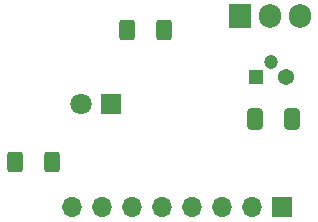
<source format=gbr>
G04 #@! TF.GenerationSoftware,KiCad,Pcbnew,9.0.0*
G04 #@! TF.CreationDate,2025-10-07T06:41:58-03:00*
G04 #@! TF.ProjectId,control temperatura_v3,636f6e74-726f-46c2-9074-656d70657261,rev?*
G04 #@! TF.SameCoordinates,Original*
G04 #@! TF.FileFunction,Soldermask,Top*
G04 #@! TF.FilePolarity,Negative*
%FSLAX46Y46*%
G04 Gerber Fmt 4.6, Leading zero omitted, Abs format (unit mm)*
G04 Created by KiCad (PCBNEW 9.0.0) date 2025-10-07 06:41:58*
%MOMM*%
%LPD*%
G01*
G04 APERTURE LIST*
G04 Aperture macros list*
%AMRoundRect*
0 Rectangle with rounded corners*
0 $1 Rounding radius*
0 $2 $3 $4 $5 $6 $7 $8 $9 X,Y pos of 4 corners*
0 Add a 4 corners polygon primitive as box body*
4,1,4,$2,$3,$4,$5,$6,$7,$8,$9,$2,$3,0*
0 Add four circle primitives for the rounded corners*
1,1,$1+$1,$2,$3*
1,1,$1+$1,$4,$5*
1,1,$1+$1,$6,$7*
1,1,$1+$1,$8,$9*
0 Add four rect primitives between the rounded corners*
20,1,$1+$1,$2,$3,$4,$5,0*
20,1,$1+$1,$4,$5,$6,$7,0*
20,1,$1+$1,$6,$7,$8,$9,0*
20,1,$1+$1,$8,$9,$2,$3,0*%
G04 Aperture macros list end*
%ADD10R,1.700000X1.700000*%
%ADD11O,1.700000X1.700000*%
%ADD12RoundRect,0.250000X-0.400000X-0.625000X0.400000X-0.625000X0.400000X0.625000X-0.400000X0.625000X0*%
%ADD13R,1.200000X1.200000*%
%ADD14C,1.200000*%
%ADD15C,1.365000*%
%ADD16R,1.800000X1.800000*%
%ADD17C,1.800000*%
%ADD18R,1.905000X2.000000*%
%ADD19O,1.905000X2.000000*%
%ADD20RoundRect,0.250000X-0.412500X-0.650000X0.412500X-0.650000X0.412500X0.650000X-0.412500X0.650000X0*%
G04 APERTURE END LIST*
D10*
X149850000Y-75225000D03*
D11*
X147310000Y-75225000D03*
X144770000Y-75225000D03*
X142230000Y-75225000D03*
X139690000Y-75225000D03*
X137150000Y-75225000D03*
X134610000Y-75225000D03*
X132070000Y-75225000D03*
D12*
X127250000Y-71450000D03*
X130350000Y-71450000D03*
D13*
X147650000Y-64225000D03*
D14*
X148920000Y-62955000D03*
D15*
X150190000Y-64225000D03*
D16*
X135382000Y-66548000D03*
D17*
X132842000Y-66548000D03*
D18*
X146250000Y-59125000D03*
D19*
X148790000Y-59125000D03*
X151330000Y-59125000D03*
D20*
X147562500Y-67800000D03*
X150687500Y-67800000D03*
D12*
X136725000Y-60275000D03*
X139825000Y-60275000D03*
M02*

</source>
